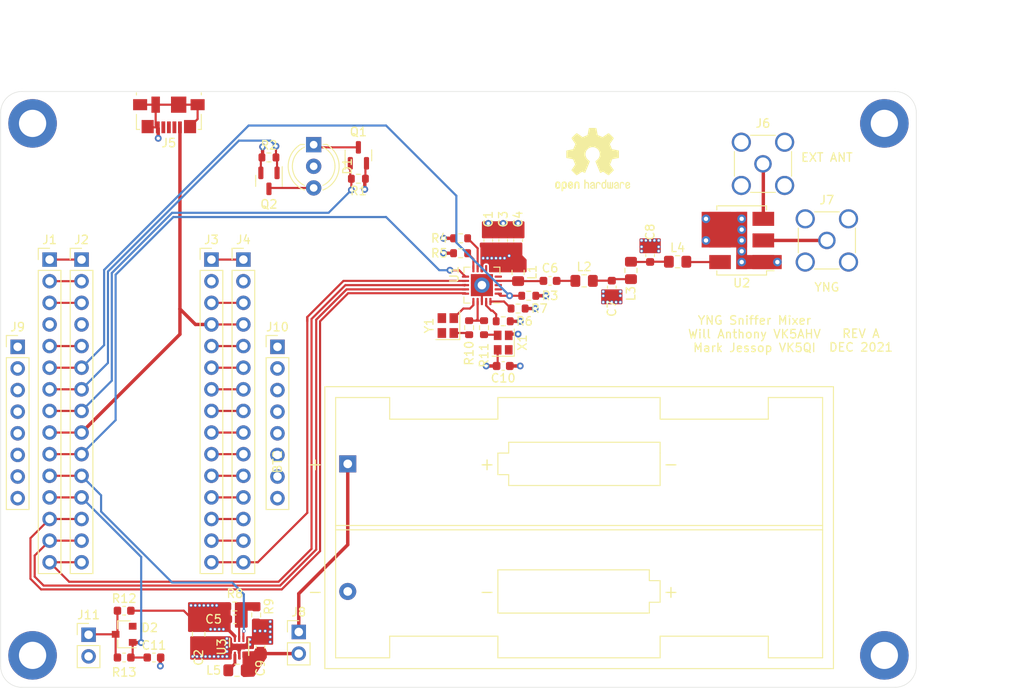
<source format=kicad_pcb>
(kicad_pcb (version 20171130) (host pcbnew "(5.1.12)-1")
  (layers (0 F.Cu signal) (1 In1.Cu power hide) (2 In2.Cu power hide) (31 B.Cu signal) (34 B.Paste user) (35 F.Paste user) (36 B.SilkS user) (37 F.SilkS user) (38 B.Mask user) (39 F.Mask user) (44 Edge.Cuts user))
  (net 0 "")
  (net 1 GND)
  (net 2 "Net-(BT2-Pad1)")
  (net 3 +3V3)
  (net 4 "Net-(C5-Pad1)")
  (net 5 "Net-(C6-Pad2)")
  (net 6 "Net-(C6-Pad1)")
  (net 7 "Net-(C7-Pad2)")
  (net 8 "Net-(C8-Pad2)")
  (net 9 "Net-(C9-Pad2)")
  (net 10 /SPI1_MISO)
  (net 11 /SPI1_MOSI)
  (net 12 /SPI1_CS)
  (net 13 /D9)
  (net 14 /D8)
  (net 15 /D7)
  (net 16 /+5VDC)
  (net 17 /D5)
  (net 18 /D4)
  (net 19 /D3)
  (net 20 /D2)
  (net 21 /RESET)
  (net 22 /USART1_RX)
  (net 23 /USART1_TX)
  (net 24 /SPI1_SCK)
  (net 25 /AREF)
  (net 26 /A0)
  (net 27 /A1)
  (net 28 /A2)
  (net 29 /A3)
  (net 30 /A4)
  (net 31 /A5)
  (net 32 /A6)
  (net 33 /A7)
  (net 34 /VIN)
  (net 35 "Net-(J5-Pad4)")
  (net 36 "Net-(J5-Pad3)")
  (net 37 "Net-(J5-Pad2)")
  (net 38 "Net-(J6-Pad1)")
  (net 39 "Net-(J7-Pad1)")
  (net 40 "Net-(L4-Pad2)")
  (net 41 "Net-(L5-Pad1)")
  (net 42 "Net-(D1-Pad1)")
  (net 43 "Net-(D1-Pad3)")
  (net 44 "Net-(R4-Pad2)")
  (net 45 "Net-(R5-Pad2)")
  (net 46 "Net-(R6-Pad2)")
  (net 47 "Net-(R7-Pad2)")
  (net 48 "Net-(R10-Pad2)")
  (net 49 "Net-(R10-Pad1)")
  (net 50 "Net-(R11-Pad1)")
  (net 51 "Net-(U1-Pad16)")
  (net 52 "Net-(U1-Pad7)")
  (net 53 "Net-(U1-Pad5)")
  (net 54 "Net-(U1-Pad3)")
  (net 55 "Net-(U1-Pad2)")
  (net 56 "Net-(X1-Pad1)")
  (net 57 "Net-(D2-Pad3)")
  (net 58 "Net-(D2-Pad2)")
  (module Resistor_SMD:R_0603_1608Metric (layer F.Cu) (at 120 100.5)
    (fp_text reference R8 (at 0 -1.5) (layer F.SilkS))
    (fp_text value 1M78)
    (pad 2 smd roundrect (at 0.825 0) (size 0.8 0.95) (layers F.Cu F.Paste F.Mask) (net 4 "Net-(C5-Pad1)"))
    (pad 1 smd roundrect (at -0.825 0) (size 0.8 0.95) (layers F.Cu F.Paste F.Mask) (net 3 +3V3))
  )
  (module Resistor_SMD:R_0603_1608Metric (layer F.Cu) (at 107 106.5)
    (fp_text reference R13 (at 0 1.734999) (layer F.SilkS))
    (fp_text value 100k)
    (pad 2 smd roundrect (at 0.7875 0) (size 0.875 0.95) (layers F.Cu F.Paste F.Mask) (net 13 /D9))
    (pad 1 smd roundrect (at -0.7875 0) (size 0.875 0.95) (layers F.Cu F.Paste F.Mask) (net 57 "Net-(D2-Pad3)"))
  )
  (module Resistor_SMD:R_0603_1608Metric (layer F.Cu) (at 107 101)
    (fp_text reference R12 (at 0 -1.43) (layer F.SilkS))
    (fp_text value 100k)
    (pad 2 smd roundrect (at 0.7875 0) (size 0.875 0.95) (layers F.Cu F.Paste F.Mask) (net 3 +3V3))
    (pad 1 smd roundrect (at -0.7875 0) (size 0.875 0.95) (layers F.Cu F.Paste F.Mask) (net 57 "Net-(D2-Pad3)"))
  )
  (module Connector_PinHeader_2.54mm:PinHeader_1x02_P2.54mm_Vertical (layer F.Cu) (at 102.825001 103.825001)
    (fp_text reference J11 (at 0 -2.33) (layer F.SilkS))
    (fp_text value Conn_01x02)
    (pad 2 thru_hole oval (at 0 2.54) (size 1.7 1.7) (drill 1) (layers *.Cu *.Mask) (net 1 GND))
    (pad 1 thru_hole rect (at 0 0) (size 1.7 1.7) (drill 1) (layers *.Cu *.Mask) (net 57 "Net-(D2-Pad3)"))
  )
  (module Package_TO_SOT_SMD:SOT-23 (layer F.Cu) (at 107 103.775001 180)
    (fp_text reference D2 (at -3 0.775001) (layer F.SilkS))
    (fp_text value BAT54A)
    (pad 3 smd rect (at 1 0 180) (size 0.9 0.8) (layers F.Cu F.Paste F.Mask) (net 57 "Net-(D2-Pad3)"))
    (pad 2 smd rect (at -1 0.95 180) (size 0.9 0.8) (layers F.Cu F.Paste F.Mask) (net 58 "Net-(D2-Pad2)"))
    (pad 1 smd rect (at -1 -0.95 180) (size 0.9 0.8) (layers F.Cu F.Paste F.Mask) (net 13 /D9))
  )
  (module Capacitor_SMD:C_0603_1608Metric (layer F.Cu) (at 110.5 106.5)
    (fp_text reference C11 (at 0 -1.43) (layer F.SilkS))
    (fp_text value 0.1uF)
    (pad 2 smd roundrect (at 0.7875 0) (size 0.875 0.95) (layers F.Cu F.Paste F.Mask) (net 1 GND))
    (pad 1 smd roundrect (at -0.7875 0) (size 0.875 0.95) (layers F.Cu F.Paste F.Mask) (net 13 /D9))
  )
  (module Connector_PinHeader_2.54mm:PinHeader_1x08_P2.54mm_Vertical (layer F.Cu) (at 125 70)
    (fp_text reference J10 (at 0 -2.33) (layer F.SilkS))
    (fp_text value Conn_01x08)
    (pad 8 thru_hole oval (at 0 17.78) (size 1.7 1.7) (drill 1) (layers *.Cu *.Mask) (net 1 GND))
    (pad 7 thru_hole oval (at 0 15.24) (size 1.7 1.7) (drill 1) (layers *.Cu *.Mask) (net 1 GND))
    (pad 6 thru_hole oval (at 0 12.7) (size 1.7 1.7) (drill 1) (layers *.Cu *.Mask) (net 1 GND))
    (pad 5 thru_hole oval (at 0 10.16) (size 1.7 1.7) (drill 1) (layers *.Cu *.Mask) (net 1 GND))
    (pad 4 thru_hole oval (at 0 7.62) (size 1.7 1.7) (drill 1) (layers *.Cu *.Mask) (net 1 GND))
    (pad 3 thru_hole oval (at 0 5.08) (size 1.7 1.7) (drill 1) (layers *.Cu *.Mask) (net 1 GND))
    (pad 2 thru_hole oval (at 0 2.54) (size 1.7 1.7) (drill 1) (layers *.Cu *.Mask) (net 1 GND))
    (pad 1 thru_hole rect (at 0 0) (size 1.7 1.7) (drill 1) (layers *.Cu *.Mask) (net 1 GND))
  )
  (module Connector_PinHeader_2.54mm:PinHeader_1x08_P2.54mm_Vertical (layer F.Cu) (at 94.5 70)
    (fp_text reference J9 (at 0 -2.33) (layer F.SilkS))
    (fp_text value Conn_01x08)
    (pad 8 thru_hole oval (at 0 17.78) (size 1.7 1.7) (drill 1) (layers *.Cu *.Mask) (net 1 GND))
    (pad 7 thru_hole oval (at 0 15.24) (size 1.7 1.7) (drill 1) (layers *.Cu *.Mask) (net 1 GND))
    (pad 6 thru_hole oval (at 0 12.7) (size 1.7 1.7) (drill 1) (layers *.Cu *.Mask) (net 1 GND))
    (pad 5 thru_hole oval (at 0 10.16) (size 1.7 1.7) (drill 1) (layers *.Cu *.Mask) (net 1 GND))
    (pad 4 thru_hole oval (at 0 7.62) (size 1.7 1.7) (drill 1) (layers *.Cu *.Mask) (net 1 GND))
    (pad 3 thru_hole oval (at 0 5.08) (size 1.7 1.7) (drill 1) (layers *.Cu *.Mask) (net 1 GND))
    (pad 2 thru_hole oval (at 0 2.54) (size 1.7 1.7) (drill 1) (layers *.Cu *.Mask) (net 1 GND))
    (pad 1 thru_hole rect (at 0 0) (size 1.7 1.7) (drill 1) (layers *.Cu *.Mask) (net 1 GND))
  )
  (module Connector_Coaxial:SMA_Amphenol_901-144_Vertical (layer F.Cu) (at 189.5 57.5)
    (fp_text reference J7 (at 0 -4.75) (layer F.SilkS))
    (fp_text value Conn_Coaxial)
    (pad 2 thru_hole circle (at -2.54 2.54) (size 2.25 2.25) (drill 1.7) (layers *.Cu *.Mask) (net 1 GND))
    (pad 2 thru_hole circle (at -2.54 -2.54) (size 2.25 2.25) (drill 1.7) (layers *.Cu *.Mask) (net 1 GND))
    (pad 2 thru_hole circle (at 2.54 -2.54) (size 2.25 2.25) (drill 1.7) (layers *.Cu *.Mask) (net 1 GND))
    (pad 2 thru_hole circle (at 2.54 2.54) (size 2.25 2.25) (drill 1.7) (layers *.Cu *.Mask) (net 1 GND))
    (pad 1 thru_hole circle (at 0 0) (size 2.05 2.05) (drill 1.5) (layers *.Cu *.Mask) (net 39 "Net-(J7-Pad1)"))
  )
  (module Connector_Coaxial:SMA_Amphenol_901-144_Vertical (layer F.Cu) (at 182 48.5)
    (fp_text reference J6 (at 0 -4.75) (layer F.SilkS))
    (fp_text value Conn_Coaxial)
    (pad 2 thru_hole circle (at -2.54 2.54) (size 2.25 2.25) (drill 1.7) (layers *.Cu *.Mask) (net 1 GND))
    (pad 2 thru_hole circle (at -2.54 -2.54) (size 2.25 2.25) (drill 1.7) (layers *.Cu *.Mask) (net 1 GND))
    (pad 2 thru_hole circle (at 2.54 -2.54) (size 2.25 2.25) (drill 1.7) (layers *.Cu *.Mask) (net 1 GND))
    (pad 2 thru_hole circle (at 2.54 2.54) (size 2.25 2.25) (drill 1.7) (layers *.Cu *.Mask) (net 1 GND))
    (pad 1 thru_hole circle (at 0 0) (size 2.05 2.05) (drill 1.5) (layers *.Cu *.Mask) (net 38 "Net-(J6-Pad1)"))
  )
  (module Symbol:OSHW-Logo2_9.8x8mm_SilkScreen (layer F.Cu) (at 162 48)
    (fp_text reference REF** hide)
    (fp_text value OSHW-Logo2_9.8x8mm_SilkScreen hide)
  )
  (module MountingHole:MountingHole_3.2mm_M3_ISO7380_Pad_TopBottom (layer F.Cu) (at 196.25 43.75)
    (fp_text reference REF** hide)
    (fp_text value MountingHole_3.2mm_M3_ISO7380_Pad_TopBottom)
    (pad 1 thru_hole circle (at 0 0) (size 3.6 3.6) (drill 3.2) (layers *.Cu *.Mask))
    (pad 1 connect circle (at 0 0) (size 5.7 5.7) (layers F.Cu F.Mask))
    (pad 1 connect circle (at 0 0) (size 5.7 5.7) (layers B.Cu B.Mask))
  )
  (module MountingHole:MountingHole_3.2mm_M3_ISO7380_Pad_TopBottom (layer F.Cu) (at 196.25 106.25)
    (fp_text reference REF** hide)
    (fp_text value MountingHole_3.2mm_M3_ISO7380_Pad_TopBottom)
    (pad 1 thru_hole circle (at 0 0) (size 3.6 3.6) (drill 3.2) (layers *.Cu *.Mask))
    (pad 1 connect circle (at 0 0) (size 5.7 5.7) (layers F.Cu F.Mask))
    (pad 1 connect circle (at 0 0) (size 5.7 5.7) (layers B.Cu B.Mask))
  )
  (module MountingHole:MountingHole_3.2mm_M3_ISO7380_Pad_TopBottom (layer F.Cu) (at 96.25 106.25)
    (fp_text reference REF** hide)
    (fp_text value MountingHole_3.2mm_M3_ISO7380_Pad_TopBottom)
    (pad 1 thru_hole circle (at 0 0) (size 3.6 3.6) (drill 3.2) (layers *.Cu *.Mask))
    (pad 1 connect circle (at 0 0) (size 5.7 5.7) (layers F.Cu F.Mask))
    (pad 1 connect circle (at 0 0) (size 5.7 5.7) (layers B.Cu B.Mask))
  )
  (module MountingHole:MountingHole_3.2mm_M3_ISO7380_Pad_TopBottom (layer F.Cu) (at 96.25 43.75)
    (fp_text reference REF** hide)
    (fp_text value MountingHole_3.2mm_M3_ISO7380_Pad_TopBottom)
    (pad 1 connect circle (at 0 0) (size 5.7 5.7) (layers B.Cu B.Mask))
    (pad 1 connect circle (at 0 0) (size 5.7 5.7) (layers F.Cu F.Mask))
    (pad 1 thru_hole circle (at 0 0) (size 3.6 3.6) (drill 3.2) (layers *.Cu *.Mask))
  )
  (module Package_DFN_QFN:DFN-6-1EP_2x2mm_P0.5mm_EP0.61x1.42mm (layer F.Cu) (at 120.5 105.25 90)
    (fp_text reference U3 (at 0 -2.05 90) (layer F.SilkS))
    (fp_text value LTC3526)
    (pad 7 smd rect (at 0 0 90) (size 0.61 1.42) (layers F.Cu F.Mask) (net 1 GND))
    (pad 6 smd rect (at 0.925 -0.5 90) (size 0.7 0.25) (layers F.Cu F.Paste F.Mask) (net 3 +3V3))
    (pad 5 smd rect (at 0.925 0 90) (size 0.7 0.25) (layers F.Cu F.Paste F.Mask) (net 4 "Net-(C5-Pad1)"))
    (pad 4 smd rect (at 0.925 0.5 90) (size 0.7 0.25) (layers F.Cu F.Paste F.Mask) (net 14 /D8))
    (pad 3 smd rect (at -0.925 0.5 90) (size 0.7 0.25) (layers F.Cu F.Paste F.Mask) (net 9 "Net-(C9-Pad2)"))
    (pad 2 smd rect (at -0.925 0 90) (size 0.7 0.25) (layers F.Cu F.Paste F.Mask) (net 1 GND))
    (pad 1 smd rect (at -0.925 -0.5 90) (size 0.7 0.25) (layers F.Cu F.Paste F.Mask) (net 41 "Net-(L5-Pad1)"))
  )
  (module LED_THT:LED_D5.0mm-3 (layer F.Cu) (at 129.25 46.25 270)
    (fp_text reference D1 (at 2.54 -3.96 90) (layer F.SilkS))
    (fp_text value LED_Dual_ACA)
    (pad 3 thru_hole circle (at 5.08 0 270) (size 1.8 1.8) (drill 0.9) (layers *.Cu *.Mask) (net 43 "Net-(D1-Pad3)"))
    (pad 2 thru_hole circle (at 2.54 0 270) (size 1.8 1.8) (drill 0.9) (layers *.Cu *.Mask) (net 1 GND))
    (pad 1 thru_hole rect (at 0 0 270) (size 1.8 1.8) (drill 0.9) (layers *.Cu *.Mask) (net 42 "Net-(D1-Pad1)"))
  )
  (module Crystal:Crystal_SMD_2520-4Pin_2.5x2.0mm (layer F.Cu) (at 145 67.5 90)
    (fp_text reference Y1 (at 0 -2.2 90) (layer F.SilkS))
    (fp_text value Crystal)
    (pad 4 smd rect (at -0.875 -0.7 90) (size 1.15 1) (layers F.Cu F.Paste F.Mask))
    (pad 3 smd rect (at 0.875 -0.7 90) (size 1.15 1) (layers F.Cu F.Paste F.Mask))
    (pad 2 smd rect (at 0.875 0.7 90) (size 1.15 1) (layers F.Cu F.Paste F.Mask) (net 51 "Net-(U1-Pad16)"))
    (pad 1 smd rect (at -0.875 0.7 90) (size 1.15 1) (layers F.Cu F.Paste F.Mask) (net 48 "Net-(R10-Pad2)"))
  )
  (module Oscillator:Oscillator_SMD_SeikoEpson_SG210-4Pin_2.5x2.0mm (layer F.Cu) (at 151.5 69.5 90)
    (fp_text reference X1 (at 0 2.25 90) (layer F.SilkS))
    (fp_text value "TG2520SMN 30MHz TCXO")
    (pad 4 smd rect (at -0.85 -0.65 90) (size 1.1 0.9) (layers F.Cu F.Paste F.Mask) (net 3 +3V3))
    (pad 3 smd rect (at 0.85 -0.65 90) (size 1.1 0.9) (layers F.Cu F.Paste F.Mask) (net 50 "Net-(R11-Pad1)"))
    (pad 2 smd rect (at 0.85 0.65 90) (size 1.1 0.9) (layers F.Cu F.Paste F.Mask) (net 1 GND))
    (pad 1 smd rect (at -0.85 0.65 90) (size 1.1 0.9) (layers F.Cu F.Paste F.Mask) (net 56 "Net-(X1-Pad1)"))
  )
  (module RF_Mini-Circuits:Mini-Circuits_CD542_LandPatternPL-052 (layer F.Cu) (at 179.5 57.5 180)
    (fp_text reference U2 (at 0 -5) (layer F.SilkS))
    (fp_text value ADE-1)
    (pad 4 smd rect (at 2.032 1.27 180) (size 5.334 4.191) (layers F.Cu) (net 1 GND))
    (pad 1 smd rect (at -2.54 -2.54 180) (size 2.54 1.651) (layers F.Cu F.Paste F.Mask) (net 1 GND))
    (pad 2 smd rect (at -2.54 0 180) (size 2.54 1.651) (layers F.Cu F.Paste F.Mask) (net 39 "Net-(J7-Pad1)") (clearance 0.635))
    (pad 3 smd rect (at -2.54 2.54 180) (size 2.54 1.651) (layers F.Cu F.Paste F.Mask) (net 38 "Net-(J6-Pad1)") (clearance 0.635))
    (pad 6 smd rect (at 2.54 -2.54 180) (size 2.54 1.651) (layers F.Cu F.Paste F.Mask) (net 40 "Net-(L4-Pad2)") (clearance 0.635))
    (pad 5 smd rect (at 2.54 0 180) (size 2.54 1.651) (layers F.Cu F.Paste F.Mask) (net 1 GND))
    (pad 4 smd rect (at 2.54 2.54 180) (size 2.54 1.651) (layers F.Cu F.Paste F.Mask) (net 1 GND))
    (pad 1 thru_hole circle (at -4.191 -2.54 180) (size 1.016 1.016) (drill 0.508) (layers *.Cu) (net 1 GND))
    (pad 5 thru_hole circle (at 4.191 0 180) (size 1.016 1.016) (drill 0.508) (layers *.Cu) (net 1 GND))
    (pad 4 thru_hole circle (at 4.191 2.54 180) (size 1.016 1.016) (drill 0.508) (layers *.Cu) (net 1 GND))
    (pad 1 smd rect (at -2.032 -2.54 180) (size 5.334 1.651) (layers F.Cu) (net 1 GND))
    (pad 1 thru_hole circle (at 0 -2.54 180) (size 1.016 1.016) (drill 0.508) (layers *.Cu) (net 1 GND))
    (pad 1 thru_hole circle (at 0 -1.27 180) (size 1.016 1.016) (drill 0.508) (layers *.Cu) (net 1 GND))
    (pad 1 thru_hole circle (at 0 0 180) (size 1.016 1.016) (drill 0.508) (layers *.Cu) (net 1 GND))
    (pad 1 thru_hole circle (at 0 1.27 180) (size 1.016 1.016) (drill 0.508) (layers *.Cu) (net 1 GND))
    (pad 1 thru_hole circle (at 0 2.54 180) (size 1.016 1.016) (drill 0.508) (layers *.Cu) (net 1 GND))
    (pad 1 smd rect (at 0 0 180) (size 1.27 6.731) (layers F.Cu) (net 1 GND))
  )
  (module Package_DFN_QFN:QFN-20-1EP_4x4mm_P0.5mm_EP2.6x2.6mm (layer F.Cu) (at 149 62.75 180)
    (fp_text reference U1 (at 3.25 1.25 270) (layer F.SilkS))
    (fp_text value Si4464)
    (pad 21 smd rect (at 0 0 180) (size 2.6 2.6) (layers F.Cu F.Mask) (net 1 GND))
    (pad 20 smd roundrect (at -1 -1.925 180) (size 0.25 0.85) (layers F.Cu F.Paste F.Mask) (net 47 "Net-(R7-Pad2)"))
    (pad 19 smd roundrect (at -0.5 -1.925 180) (size 0.25 0.85) (layers F.Cu F.Paste F.Mask) (net 46 "Net-(R6-Pad2)"))
    (pad 18 smd roundrect (at 0 -1.925 180) (size 0.25 0.85) (layers F.Cu F.Paste F.Mask) (net 1 GND))
    (pad 17 smd roundrect (at 0.5 -1.925 180) (size 0.25 0.85) (layers F.Cu F.Paste F.Mask) (net 49 "Net-(R10-Pad1)"))
    (pad 16 smd roundrect (at 1 -1.925 180) (size 0.25 0.85) (layers F.Cu F.Paste F.Mask) (net 51 "Net-(U1-Pad16)"))
    (pad 15 smd roundrect (at 1.925 -1 180) (size 0.85 0.25) (layers F.Cu F.Paste F.Mask) (net 12 /SPI1_CS))
    (pad 14 smd roundrect (at 1.925 -0.5 180) (size 0.85 0.25) (layers F.Cu F.Paste F.Mask) (net 11 /SPI1_MOSI))
    (pad 13 smd roundrect (at 1.925 0 180) (size 0.85 0.25) (layers F.Cu F.Paste F.Mask) (net 10 /SPI1_MISO))
    (pad 12 smd roundrect (at 1.925 0.5 180) (size 0.85 0.25) (layers F.Cu F.Paste F.Mask) (net 24 /SPI1_SCK))
    (pad 11 smd roundrect (at 1.925 1 180) (size 0.85 0.25) (layers F.Cu F.Paste F.Mask) (net 15 /D7))
    (pad 10 smd roundrect (at 1 1.925 180) (size 0.25 0.85) (layers F.Cu F.Paste F.Mask) (net 45 "Net-(R5-Pad2)"))
    (pad 9 smd roundrect (at 0.5 1.925 180) (size 0.25 0.85) (layers F.Cu F.Paste F.Mask) (net 44 "Net-(R4-Pad2)"))
    (pad 8 smd roundrect (at 0 1.925 180) (size 0.25 0.85) (layers F.Cu F.Paste F.Mask) (net 3 +3V3))
    (pad 7 smd roundrect (at -0.5 1.925 180) (size 0.25 0.85) (layers F.Cu F.Paste F.Mask) (net 52 "Net-(U1-Pad7)"))
    (pad 6 smd roundrect (at -1 1.925 180) (size 0.25 0.85) (layers F.Cu F.Paste F.Mask) (net 3 +3V3))
    (pad 5 smd roundrect (at -1.925 1 180) (size 0.85 0.25) (layers F.Cu F.Paste F.Mask) (net 53 "Net-(U1-Pad5)"))
    (pad 4 smd roundrect (at -1.925 0.5 180) (size 0.85 0.25) (layers F.Cu F.Paste F.Mask) (net 5 "Net-(C6-Pad2)"))
    (pad 3 smd roundrect (at -1.925 0 180) (size 0.85 0.25) (layers F.Cu F.Paste F.Mask) (net 54 "Net-(U1-Pad3)"))
    (pad 2 smd roundrect (at -1.925 -0.5 180) (size 0.85 0.25) (layers F.Cu F.Paste F.Mask) (net 55 "Net-(U1-Pad2)"))
    (pad 1 smd roundrect (at -1.925 -1 180) (size 0.85 0.25) (layers F.Cu F.Paste F.Mask) (net 19 /D3))
  )
  (module Resistor_SMD:R_0603_1608Metric (layer F.Cu) (at 149.25 67.75 90)
    (fp_text reference R11 (at -3.25 0 90) (layer F.SilkS))
    (fp_text value DNF)
    (pad 2 smd roundrect (at 0.825 0 90) (size 0.8 0.95) (layers F.Cu F.Paste F.Mask) (net 49 "Net-(R10-Pad1)"))
    (pad 1 smd roundrect (at -0.825 0 90) (size 0.8 0.95) (layers F.Cu F.Paste F.Mask) (net 50 "Net-(R11-Pad1)"))
  )
  (module Resistor_SMD:R_0603_1608Metric (layer F.Cu) (at 147.5 67.75 270)
    (fp_text reference R10 (at 3 0 90) (layer F.SilkS))
    (fp_text value DNF)
    (pad 2 smd roundrect (at 0.825 0 270) (size 0.8 0.95) (layers F.Cu F.Paste F.Mask) (net 48 "Net-(R10-Pad2)"))
    (pad 1 smd roundrect (at -0.825 0 270) (size 0.8 0.95) (layers F.Cu F.Paste F.Mask) (net 49 "Net-(R10-Pad1)"))
  )
  (module Resistor_SMD:R_0603_1608Metric (layer F.Cu) (at 122.5 101.5 270)
    (fp_text reference R9 (at -1 -1.5 90) (layer F.SilkS))
    (fp_text value 1M)
    (pad 2 smd roundrect (at 0.825 0 270) (size 0.8 0.95) (layers F.Cu F.Paste F.Mask) (net 1 GND))
    (pad 1 smd roundrect (at -0.825 0 270) (size 0.8 0.95) (layers F.Cu F.Paste F.Mask) (net 4 "Net-(C5-Pad1)"))
  )
  (module Resistor_SMD:R_0603_1608Metric (layer F.Cu) (at 153.25 65.5 180)
    (fp_text reference R7 (at -2.5 0) (layer F.SilkS))
    (fp_text value DNF)
    (pad 2 smd roundrect (at 0.825 0 180) (size 0.8 0.95) (layers F.Cu F.Paste F.Mask) (net 47 "Net-(R7-Pad2)"))
    (pad 1 smd roundrect (at -0.825 0 180) (size 0.8 0.95) (layers F.Cu F.Paste F.Mask) (net 1 GND))
  )
  (module Resistor_SMD:R_0603_1608Metric (layer F.Cu) (at 151.5 67 180)
    (fp_text reference R6 (at -2.5 0) (layer F.SilkS))
    (fp_text value DNF)
    (pad 2 smd roundrect (at 0.825 0 180) (size 0.8 0.95) (layers F.Cu F.Paste F.Mask) (net 46 "Net-(R6-Pad2)"))
    (pad 1 smd roundrect (at -0.825 0 180) (size 0.8 0.95) (layers F.Cu F.Paste F.Mask) (net 1 GND))
  )
  (module Resistor_SMD:R_0603_1608Metric (layer F.Cu) (at 146.5 59)
    (fp_text reference R5 (at -2.5 0) (layer F.SilkS))
    (fp_text value DNF)
    (pad 2 smd roundrect (at 0.825 0) (size 0.8 0.95) (layers F.Cu F.Paste F.Mask) (net 45 "Net-(R5-Pad2)"))
    (pad 1 smd roundrect (at -0.825 0) (size 0.8 0.95) (layers F.Cu F.Paste F.Mask) (net 1 GND))
  )
  (module Resistor_SMD:R_0603_1608Metric (layer F.Cu) (at 146.5 57.25)
    (fp_text reference R4 (at -2.5 0) (layer F.SilkS))
    (fp_text value DNF)
    (pad 2 smd roundrect (at 0.825 0) (size 0.8 0.95) (layers F.Cu F.Paste F.Mask) (net 44 "Net-(R4-Pad2)"))
    (pad 1 smd roundrect (at -0.825 0) (size 0.8 0.95) (layers F.Cu F.Paste F.Mask) (net 1 GND))
  )
  (module Resistor_SMD:R_0603_1608Metric (layer F.Cu) (at 154.5 64)
    (fp_text reference R3 (at 2.5 0) (layer F.SilkS))
    (fp_text value 100k)
    (pad 2 smd roundrect (at 0.825 0) (size 0.8 0.95) (layers F.Cu F.Paste F.Mask) (net 1 GND))
    (pad 1 smd roundrect (at -0.825 0) (size 0.8 0.95) (layers F.Cu F.Paste F.Mask) (net 19 /D3))
  )
  (module Resistor_SMD:R_0603_1608Metric (layer F.Cu) (at 124 47.75)
    (fp_text reference R2 (at 0 -1.43) (layer F.SilkS))
    (fp_text value 1M)
    (pad 2 smd roundrect (at 0.825 0) (size 0.8 0.95) (layers F.Cu F.Paste F.Mask) (net 18 /D4))
    (pad 1 smd roundrect (at -0.825 0) (size 0.8 0.95) (layers F.Cu F.Paste F.Mask) (net 3 +3V3))
  )
  (module Resistor_SMD:R_0603_1608Metric (layer F.Cu) (at 134.5 50.25 180)
    (fp_text reference R1 (at 0 -1.43) (layer F.SilkS))
    (fp_text value 1M)
    (pad 2 smd roundrect (at 0.825 0 180) (size 0.8 0.95) (layers F.Cu F.Paste F.Mask) (net 17 /D5))
    (pad 1 smd roundrect (at -0.825 0 180) (size 0.8 0.95) (layers F.Cu F.Paste F.Mask) (net 3 +3V3))
  )
  (module Package_TO_SOT_SMD:SOT-23 (layer F.Cu) (at 124 50.5 270)
    (fp_text reference Q2 (at 2.75 0 180) (layer F.SilkS))
    (fp_text value BSS84)
    (pad 3 smd roundrect (at 0.9375 0 270) (size 1.475 0.6) (layers F.Cu F.Paste F.Mask) (net 43 "Net-(D1-Pad3)"))
    (pad 2 smd roundrect (at -0.9375 0.95 270) (size 1.475 0.6) (layers F.Cu F.Paste F.Mask) (net 3 +3V3))
    (pad 1 smd roundrect (at -0.9375 -0.95 270) (size 1.475 0.6) (layers F.Cu F.Paste F.Mask) (net 18 /D4))
  )
  (module Package_TO_SOT_SMD:SOT-23 (layer F.Cu) (at 134.5 47.5 90)
    (fp_text reference Q1 (at 2.75 0 180) (layer F.SilkS))
    (fp_text value BSS84)
    (pad 3 smd roundrect (at 0.9375 0 90) (size 1.475 0.6) (layers F.Cu F.Paste F.Mask) (net 42 "Net-(D1-Pad1)"))
    (pad 2 smd roundrect (at -0.9375 0.95 90) (size 1.475 0.6) (layers F.Cu F.Paste F.Mask) (net 3 +3V3))
    (pad 1 smd roundrect (at -0.9375 -0.95 90) (size 1.475 0.6) (layers F.Cu F.Paste F.Mask) (net 17 /D5))
  )
  (module Inductor_SMD:L_0805_2012Metric_Pad1.15x1.40mm_HandSolder (layer F.Cu) (at 120.25 108)
    (fp_text reference L5 (at -2.75 0) (layer F.SilkS))
    (fp_text value 4.7uH)
    (pad 2 smd roundrect (at 1.025 0) (size 1.15 1.4) (layers F.Cu F.Paste F.Mask) (roundrect_rratio 0.217391) (net 9 "Net-(C9-Pad2)"))
    (pad 1 smd roundrect (at -1.025 0) (size 1.15 1.4) (layers F.Cu F.Paste F.Mask) (roundrect_rratio 0.217391) (net 41 "Net-(L5-Pad1)"))
  )
  (module Inductor_SMD:L_0805_2012Metric_Pad1.15x1.40mm_HandSolder (layer F.Cu) (at 171.975 60)
    (fp_text reference L4 (at 0 -1.65) (layer F.SilkS))
    (fp_text value 18nH)
    (pad 2 smd roundrect (at 1.025 0) (size 1.15 1.4) (layers F.Cu F.Paste F.Mask) (roundrect_rratio 0.217391) (net 40 "Net-(L4-Pad2)"))
    (pad 1 smd roundrect (at -1.025 0) (size 1.15 1.4) (layers F.Cu F.Paste F.Mask) (roundrect_rratio 0.217391) (net 8 "Net-(C8-Pad2)"))
  )
  (module Inductor_SMD:L_0805_2012Metric_Pad1.15x1.40mm_HandSolder (layer F.Cu) (at 166.5 61.025 90)
    (fp_text reference L3 (at -2.725 0 90) (layer F.SilkS))
    (fp_text value 18nH)
    (pad 2 smd roundrect (at 1.025 0 90) (size 1.15 1.4) (layers F.Cu F.Paste F.Mask) (roundrect_rratio 0.217391) (net 8 "Net-(C8-Pad2)"))
    (pad 1 smd roundrect (at -1.025 0 90) (size 1.15 1.4) (layers F.Cu F.Paste F.Mask) (roundrect_rratio 0.217391) (net 7 "Net-(C7-Pad2)"))
  )
  (module Inductor_SMD:L_0805_2012Metric_Pad1.15x1.40mm_HandSolder (layer F.Cu) (at 161 62.25)
    (fp_text reference L2 (at 0 -1.65) (layer F.SilkS))
    (fp_text value 56nH)
    (pad 2 smd roundrect (at 1.025 0) (size 1.15 1.4) (layers F.Cu F.Paste F.Mask) (roundrect_rratio 0.217391) (net 7 "Net-(C7-Pad2)"))
    (pad 1 smd roundrect (at -1.025 0) (size 1.15 1.4) (layers F.Cu F.Paste F.Mask) (roundrect_rratio 0.217391) (net 6 "Net-(C6-Pad1)"))
  )
  (module Inductor_SMD:L_0805_2012Metric_Pad1.15x1.40mm_HandSolder (layer F.Cu) (at 153.25 61.25 270)
    (fp_text reference L1 (at 0 -1.65 90) (layer F.SilkS))
    (fp_text value 220nH)
    (pad 2 smd roundrect (at 1.025 0 270) (size 1.15 1.4) (layers F.Cu F.Paste F.Mask) (roundrect_rratio 0.217391) (net 5 "Net-(C6-Pad2)"))
    (pad 1 smd roundrect (at -1.025 0 270) (size 1.15 1.4) (layers F.Cu F.Paste F.Mask) (roundrect_rratio 0.217391) (net 3 +3V3))
  )
  (module Connector_PinHeader_2.54mm:PinHeader_1x02_P2.54mm_Vertical (layer F.Cu) (at 127.5 103.5)
    (fp_text reference J8 (at 0 -2.33) (layer F.SilkS))
    (fp_text value Conn_01x02)
    (pad 2 thru_hole oval (at 0 2.54) (size 1.7 1.7) (drill 1) (layers *.Cu *.Mask) (net 9 "Net-(C9-Pad2)"))
    (pad 1 thru_hole rect (at 0 0) (size 1.7 1.7) (drill 1) (layers *.Cu *.Mask) (net 2 "Net-(BT2-Pad1)"))
  )
  (module Connector_USB:USB_Micro-B_Molex_47346-0001 (layer F.Cu) (at 112.25 42.75 180)
    (fp_text reference J5 (at 0 -3.3 180) (layer F.SilkS))
    (fp_text value USB_B_Micro)
    (pad 6 smd rect (at 1.55 1.2 180) (size 1 1.9) (layers F.Cu F.Paste F.Mask) (net 1 GND))
    (pad 6 smd rect (at -1.15 1.2 180) (size 1.8 1.9) (layers F.Cu F.Paste F.Mask) (net 1 GND))
    (pad 6 smd rect (at 3.375 1.2 180) (size 1.65 1.3) (layers F.Cu F.Paste F.Mask) (net 1 GND))
    (pad 6 smd rect (at -3.375 1.2 180) (size 1.65 1.3) (layers F.Cu F.Paste F.Mask) (net 1 GND))
    (pad 6 smd rect (at 2.4875 -1.375 180) (size 1.425 1.55) (layers F.Cu F.Paste F.Mask) (net 1 GND))
    (pad 6 smd rect (at -2.4875 -1.375 180) (size 1.425 1.55) (layers F.Cu F.Paste F.Mask) (net 1 GND))
    (pad 5 smd rect (at 1.3 -1.46 180) (size 0.45 1.38) (layers F.Cu F.Paste F.Mask) (net 1 GND))
    (pad 4 smd rect (at 0.65 -1.46 180) (size 0.45 1.38) (layers F.Cu F.Paste F.Mask) (net 35 "Net-(J5-Pad4)"))
    (pad 3 smd rect (at 0 -1.46 180) (size 0.45 1.38) (layers F.Cu F.Paste F.Mask) (net 36 "Net-(J5-Pad3)"))
    (pad 2 smd rect (at -0.65 -1.46 180) (size 0.45 1.38) (layers F.Cu F.Paste F.Mask) (net 37 "Net-(J5-Pad2)"))
    (pad 1 smd rect (at -1.3 -1.46 180) (size 0.45 1.38) (layers F.Cu F.Paste F.Mask) (net 16 /+5VDC))
  )
  (module Connector_PinHeader_2.54mm:PinHeader_1x15_P2.54mm_Vertical (layer F.Cu) (at 121 59.75)
    (fp_text reference J4 (at 0 -2.33) (layer F.SilkS))
    (fp_text value Conn_01x15)
    (pad 15 thru_hole oval (at 0 35.56) (size 1.7 1.7) (drill 1) (layers *.Cu *.Mask) (net 24 /SPI1_SCK))
    (pad 14 thru_hole oval (at 0 33.02) (size 1.7 1.7) (drill 1) (layers *.Cu *.Mask) (net 3 +3V3))
    (pad 13 thru_hole oval (at 0 30.48) (size 1.7 1.7) (drill 1) (layers *.Cu *.Mask) (net 25 /AREF))
    (pad 12 thru_hole oval (at 0 27.94) (size 1.7 1.7) (drill 1) (layers *.Cu *.Mask) (net 26 /A0))
    (pad 11 thru_hole oval (at 0 25.4) (size 1.7 1.7) (drill 1) (layers *.Cu *.Mask) (net 27 /A1))
    (pad 10 thru_hole oval (at 0 22.86) (size 1.7 1.7) (drill 1) (layers *.Cu *.Mask) (net 28 /A2))
    (pad 9 thru_hole oval (at 0 20.32) (size 1.7 1.7) (drill 1) (layers *.Cu *.Mask) (net 29 /A3))
    (pad 8 thru_hole oval (at 0 17.78) (size 1.7 1.7) (drill 1) (layers *.Cu *.Mask) (net 30 /A4))
    (pad 7 thru_hole oval (at 0 15.24) (size 1.7 1.7) (drill 1) (layers *.Cu *.Mask) (net 31 /A5))
    (pad 6 thru_hole oval (at 0 12.7) (size 1.7 1.7) (drill 1) (layers *.Cu *.Mask) (net 32 /A6))
    (pad 5 thru_hole oval (at 0 10.16) (size 1.7 1.7) (drill 1) (layers *.Cu *.Mask) (net 33 /A7))
    (pad 4 thru_hole oval (at 0 7.62) (size 1.7 1.7) (drill 1) (layers *.Cu *.Mask) (net 16 /+5VDC))
    (pad 3 thru_hole oval (at 0 5.08) (size 1.7 1.7) (drill 1) (layers *.Cu *.Mask) (net 21 /RESET))
    (pad 2 thru_hole oval (at 0 2.54) (size 1.7 1.7) (drill 1) (layers *.Cu *.Mask) (net 1 GND))
    (pad 1 thru_hole rect (at 0 0) (size 1.7 1.7) (drill 1) (layers *.Cu *.Mask) (net 34 /VIN))
  )
  (module Connector_PinHeader_2.54mm:PinHeader_1x15_P2.54mm_Vertical (layer F.Cu) (at 117.25 59.75)
    (fp_text reference J3 (at 0 -2.33) (layer F.SilkS))
    (fp_text value Conn_01x15)
    (pad 15 thru_hole oval (at 0 35.56) (size 1.7 1.7) (drill 1) (layers *.Cu *.Mask) (net 24 /SPI1_SCK))
    (pad 14 thru_hole oval (at 0 33.02) (size 1.7 1.7) (drill 1) (layers *.Cu *.Mask) (net 3 +3V3))
    (pad 13 thru_hole oval (at 0 30.48) (size 1.7 1.7) (drill 1) (layers *.Cu *.Mask) (net 25 /AREF))
    (pad 12 thru_hole oval (at 0 27.94) (size 1.7 1.7) (drill 1) (layers *.Cu *.Mask) (net 26 /A0))
    (pad 11 thru_hole oval (at 0 25.4) (size 1.7 1.7) (drill 1) (layers *.Cu *.Mask) (net 27 /A1))
    (pad 10 thru_hole oval (at 0 22.86) (size 1.7 1.7) (drill 1) (layers *.Cu *.Mask) (net 28 /A2))
    (pad 9 thru_hole oval (at 0 20.32) (size 1.7 1.7) (drill 1) (layers *.Cu *.Mask) (net 29 /A3))
    (pad 8 thru_hole oval (at 0 17.78) (size 1.7 1.7) (drill 1) (layers *.Cu *.Mask) (net 30 /A4))
    (pad 7 thru_hole oval (at 0 15.24) (size 1.7 1.7) (drill 1) (layers *.Cu *.Mask) (net 31 /A5))
    (pad 6 thru_hole oval (at 0 12.7) (size 1.7 1.7) (drill 1) (layers *.Cu *.Mask) (net 32 /A6))
    (pad 5 thru_hole oval (at 0 10.16) (size 1.7 1.7) (drill 1) (layers *.Cu *.Mask) (net 33 /A7))
    (pad 4 thru_hole oval (at 0 7.62) (size 1.7 1.7) (drill 1) (layers *.Cu *.Mask) (net 16 /+5VDC))
    (pad 3 thru_hole oval (at 0 5.08) (size 1.7 1.7) (drill 1) (layers *.Cu *.Mask) (net 21 /RESET))
    (pad 2 thru_hole oval (at 0 2.54) (size 1.7 1.7) (drill 1) (layers *.Cu *.Mask) (net 1 GND))
    (pad 1 thru_hole rect (at 0 0) (size 1.7 1.7) (drill 1) (layers *.Cu *.Mask) (net 34 /VIN))
  )
  (module Connector_PinHeader_2.54mm:PinHeader_1x15_P2.54mm_Vertical (layer F.Cu) (at 102 59.75)
    (fp_text reference J2 (at 0 -2.33) (layer F.SilkS))
    (fp_text value Conn_01x15)
    (pad 15 thru_hole oval (at 0 35.56) (size 1.7 1.7) (drill 1) (layers *.Cu *.Mask) (net 10 /SPI1_MISO))
    (pad 14 thru_hole oval (at 0 33.02) (size 1.7 1.7) (drill 1) (layers *.Cu *.Mask) (net 11 /SPI1_MOSI))
    (pad 13 thru_hole oval (at 0 30.48) (size 1.7 1.7) (drill 1) (layers *.Cu *.Mask) (net 12 /SPI1_CS))
    (pad 12 thru_hole oval (at 0 27.94) (size 1.7 1.7) (drill 1) (layers *.Cu *.Mask) (net 13 /D9))
    (pad 11 thru_hole oval (at 0 25.4) (size 1.7 1.7) (drill 1) (layers *.Cu *.Mask) (net 14 /D8))
    (pad 10 thru_hole oval (at 0 22.86) (size 1.7 1.7) (drill 1) (layers *.Cu *.Mask) (net 15 /D7))
    (pad 9 thru_hole oval (at 0 20.32) (size 1.7 1.7) (drill 1) (layers *.Cu *.Mask) (net 16 /+5VDC))
    (pad 8 thru_hole oval (at 0 17.78) (size 1.7 1.7) (drill 1) (layers *.Cu *.Mask) (net 17 /D5))
    (pad 7 thru_hole oval (at 0 15.24) (size 1.7 1.7) (drill 1) (layers *.Cu *.Mask) (net 18 /D4))
    (pad 6 thru_hole oval (at 0 12.7) (size 1.7 1.7) (drill 1) (layers *.Cu *.Mask) (net 19 /D3))
    (pad 5 thru_hole oval (at 0 10.16) (size 1.7 1.7) (drill 1) (layers *.Cu *.Mask) (net 20 /D2))
    (pad 4 thru_hole oval (at 0 7.62) (size 1.7 1.7) (drill 1) (layers *.Cu *.Mask) (net 1 GND))
    (pad 3 thru_hole oval (at 0 5.08) (size 1.7 1.7) (drill 1) (layers *.Cu *.Mask) (net 21 /RESET))
    (pad 2 thru_hole oval (at 0 2.54) (size 1.7 1.7) (drill 1) (layers *.Cu *.Mask) (net 22 /USART1_RX))
    (pad 1 thru_hole rect (at 0 0) (size 1.7 1.7) (drill 1) (layers *.Cu *.Mask) (net 23 /USART1_TX))
  )
  (module Connector_PinHeader_2.54mm:PinHeader_1x15_P2.54mm_Vertical (layer F.Cu) (at 98.25 59.75)
    (fp_text reference J1 (at 0 -2.33) (layer F.SilkS))
    (fp_text value Conn_01x15)
    (pad 15 thru_hole oval (at 0 35.56) (size 1.7 1.7) (drill 1) (layers *.Cu *.Mask) (net 10 /SPI1_MISO))
    (pad 14 thru_hole oval (at 0 33.02) (size 1.7 1.7) (drill 1) (layers *.Cu *.Mask) (net 11 /SPI1_MOSI))
    (pad 13 thru_hole oval (at 0 30.48) (size 1.7 1.7) (drill 1) (layers *.Cu *.Mask) (net 12 /SPI1_CS))
    (pad 12 thru_hole oval (at 0 27.94) (size 1.7 1.7) (drill 1) (layers *.Cu *.Mask) (net 13 /D9))
    (pad 11 thru_hole oval (at 0 25.4) (size 1.7 1.7) (drill 1) (layers *.Cu *.Mask) (net 14 /D8))
    (pad 10 thru_hole oval (at 0 22.86) (size 1.7 1.7) (drill 1) (layers *.Cu *.Mask) (net 15 /D7))
    (pad 9 thru_hole oval (at 0 20.32) (size 1.7 1.7) (drill 1) (layers *.Cu *.Mask) (net 16 /+5VDC))
    (pad 8 thru_hole oval (at 0 17.78) (size 1.7 1.7) (drill 1) (layers *.Cu *.Mask) (net 17 /D5))
    (pad 7 thru_hole oval (at 0 15.24) (size 1.7 1.7) (drill 1) (layers *.Cu *.Mask) (net 18 /D4))
    (pad 6 thru_hole oval (at 0 12.7) (size 1.7 1.7) (drill 1) (layers *.Cu *.Mask) (net 19 /D3))
    (pad 5 thru_hole oval (at 0 10.16) (size 1.7 1.7) (drill 1) (layers *.Cu *.Mask) (net 20 /D2))
    (pad 4 thru_hole oval (at 0 7.62) (size 1.7 1.7) (drill 1) (layers *.Cu *.Mask) (net 1 GND))
    (pad 3 thru_hole oval (at 0 5.08) (size 1.7 1.7) (drill 1) (layers *.Cu *.Mask) (net 21 /RESET))
    (pad 2 thru_hole oval (at 0 2.54) (size 1.7 1.7) (drill 1) (layers *.Cu *.Mask) (net 22 /USART1_RX))
    (pad 1 thru_hole rect (at 0 0) (size 1.7 1.7) (drill 1) (layers *.Cu *.Mask) (net 23 /USART1_TX))
  )
  (module Capacitor_SMD:C_0603_1608Metric (layer F.Cu) (at 151.5 72.25 180)
    (fp_text reference C10 (at 0 -1.43) (layer F.SilkS))
    (fp_text value 0.1uF)
    (pad 2 smd roundrect (at 0.775 0 180) (size 0.9 0.95) (layers F.Cu F.Paste F.Mask) (net 3 +3V3))
    (pad 1 smd roundrect (at -0.775 0 180) (size 0.9 0.95) (layers F.Cu F.Paste F.Mask) (net 1 GND))
  )
  (module Capacitor_SMD:C_0603_1608Metric (layer F.Cu) (at 123 105.25 270)
    (fp_text reference C9 (at 2.5 0 90) (layer F.SilkS))
    (fp_text value 1uF)
    (pad 2 smd roundrect (at 0.775 0 270) (size 0.9 0.95) (layers F.Cu F.Paste F.Mask) (net 9 "Net-(C9-Pad2)"))
    (pad 1 smd roundrect (at -0.775 0 270) (size 0.9 0.95) (layers F.Cu F.Paste F.Mask) (net 1 GND))
  )
  (module Capacitor_SMD:C_0603_1608Metric (layer F.Cu) (at 168.75 59.25 270)
    (fp_text reference C8 (at -2.75 0 90) (layer F.SilkS))
    (fp_text value 15pF)
    (pad 2 smd roundrect (at 0.775 0 270) (size 0.9 0.95) (layers F.Cu F.Paste F.Mask) (net 8 "Net-(C8-Pad2)"))
    (pad 1 smd roundrect (at -0.775 0 270) (size 0.9 0.95) (layers F.Cu F.Paste F.Mask) (net 1 GND))
  )
  (module Capacitor_SMD:C_0603_1608Metric (layer F.Cu) (at 164.25 63 90)
    (fp_text reference C7 (at -2.5 0 90) (layer F.SilkS))
    (fp_text value 8.2pF)
    (pad 2 smd roundrect (at 0.775 0 90) (size 0.9 0.95) (layers F.Cu F.Paste F.Mask) (net 7 "Net-(C7-Pad2)"))
    (pad 1 smd roundrect (at -0.775 0 90) (size 0.9 0.95) (layers F.Cu F.Paste F.Mask) (net 1 GND))
  )
  (module Capacitor_SMD:C_0603_1608Metric (layer F.Cu) (at 157 62.25 180)
    (fp_text reference C6 (at 0 1.5) (layer F.SilkS))
    (fp_text value 15pF)
    (pad 2 smd roundrect (at 0.775 0 180) (size 0.9 0.95) (layers F.Cu F.Paste F.Mask) (net 5 "Net-(C6-Pad2)"))
    (pad 1 smd roundrect (at -0.775 0 180) (size 0.9 0.95) (layers F.Cu F.Paste F.Mask) (net 6 "Net-(C6-Pad1)"))
  )
  (module Capacitor_SMD:C_0603_1608Metric (layer F.Cu) (at 120 102 180)
    (fp_text reference C5 (at 2.5 0) (layer F.SilkS))
    (fp_text value 22pF)
    (pad 2 smd roundrect (at 0.775 0 180) (size 0.9 0.95) (layers F.Cu F.Paste F.Mask) (net 3 +3V3))
    (pad 1 smd roundrect (at -0.775 0 180) (size 0.9 0.95) (layers F.Cu F.Paste F.Mask) (net 4 "Net-(C5-Pad1)"))
  )
  (module Capacitor_SMD:C_0603_1608Metric (layer F.Cu) (at 153.25 57.5 270)
    (fp_text reference C4 (at -2.5 0 90) (layer F.SilkS))
    (fp_text value 33pF)
    (pad 2 smd roundrect (at 0.775 0 270) (size 0.9 0.95) (layers F.Cu F.Paste F.Mask) (net 3 +3V3))
    (pad 1 smd roundrect (at -0.775 0 270) (size 0.9 0.95) (layers F.Cu F.Paste F.Mask) (net 1 GND))
  )
  (module Capacitor_SMD:C_0603_1608Metric (layer F.Cu) (at 151.5 57.5 270)
    (fp_text reference C3 (at -2.5 0 90) (layer F.SilkS))
    (fp_text value 0.1uF)
    (pad 2 smd roundrect (at 0.775 0 270) (size 0.9 0.95) (layers F.Cu F.Paste F.Mask) (net 3 +3V3))
    (pad 1 smd roundrect (at -0.775 0 270) (size 0.9 0.95) (layers F.Cu F.Paste F.Mask) (net 1 GND))
  )
  (module Capacitor_SMD:C_0805_2012Metric (layer F.Cu) (at 115.75 103.75 270)
    (fp_text reference C2 (at 2.75 0 90) (layer F.SilkS))
    (fp_text value 330uF)
    (pad 2 smd roundrect (at 0.95 0 270) (size 1 1.45) (layers F.Cu F.Paste F.Mask) (net 1 GND))
    (pad 1 smd roundrect (at -0.95 0 270) (size 1 1.45) (layers F.Cu F.Paste F.Mask) (net 3 +3V3))
  )
  (module Capacitor_SMD:C_0603_1608Metric (layer F.Cu) (at 149.75 57.5 90)
    (fp_text reference C1 (at 2.5 0 90) (layer F.SilkS))
    (fp_text value 10uF)
    (pad 2 smd roundrect (at 0.775 0 90) (size 0.9 0.95) (layers F.Cu F.Paste F.Mask) (net 1 GND))
    (pad 1 smd roundrect (at -0.775 0 90) (size 0.9 0.95) (layers F.Cu F.Paste F.Mask) (net 3 +3V3))
  )
  (module Battery:BatteryHolder_Keystone_2462_2xAA (layer F.Cu) (at 133.25 83.75)
    (fp_text reference BT2 (at -8.25 -0.25 -270) (layer F.SilkS))
    (fp_text value LR6/FR6)
    (fp_text user - (at -3.81 14.99) (layer F.SilkS) (effects (font (size 1.5 1.5))))
    (fp_text user + (at -3.81 0) (layer F.SilkS) (effects (font (size 1.5 1.5))))
    (fp_text user - (at 16.355 14.99) (layer F.SilkS) (effects (font (size 1.5 1.5))))
    (fp_text user + (at 37.945 14.99) (layer F.SilkS) (effects (font (size 1.5 1.5))))
    (fp_text user + (at 16.355 0) (layer F.SilkS) (effects (font (size 1.5 1.5))))
    (fp_text user - (at 37.945 0) (layer F.SilkS) (effects (font (size 1.5 1.5))))
    (pad "" np_thru_hole circle (at 27.165 0) (size 3.3 3.3) (drill 3.3) (layers *.Cu *.Mask))
    (pad "" np_thru_hole circle (at 27.165 14.99) (size 3.3 3.3) (drill 3.3) (layers *.Cu *.Mask))
    (pad 2 thru_hole circle (at 0 14.99) (size 2 2) (drill 1.02) (layers *.Cu *.Mask) (net 1 GND))
    (pad 1 thru_hole rect (at 0 0) (size 2 2) (drill 1.02) (layers *.Cu *.Mask) (net 2 "Net-(BT2-Pad1)"))
  )
  (gr_text "REV A\nDEC 2021" (at 193.5 69.25) (layer F.SilkS) (effects (font (size 1 1))))
  (gr_text "YNG Sniffer Mixer\nWill Anthony VK5AHV\nMark Jessop VK5QI" (at 181 68.5) (layer F.SilkS) (effects (font (size 1 1))))
  (gr_arc (start 95 42.5) (end 95 40) (angle -90) (layer Edge.Cuts) (width 0.05))
  (gr_line (start 92.5 107.5) (end 92.5 42.5) (layer Edge.Cuts) (width 0.05))
  (gr_arc (start 95 107.5) (end 92.5 107.5) (angle -90) (layer Edge.Cuts) (width 0.05))
  (gr_line (start 197.5 110) (end 95 110) (layer Edge.Cuts) (width 0.05))
  (gr_arc (start 197.5 107.5) (end 197.5 110) (angle -90) (layer Edge.Cuts) (width 0.05))
  (gr_line (start 200 42.5) (end 200 107.5) (layer Edge.Cuts) (width 0.05))
  (gr_arc (start 197.5 42.5) (end 200 42.5) (angle -90) (layer Edge.Cuts) (width 0.05))
  (gr_line (start 95 40) (end 197.5 40) (layer Edge.Cuts) (width 0.05))
  (gr_text YNG (at 189.5 63) (layer F.SilkS) (effects (font (size 1 1))))
  (gr_text "EXT ANT" (at 189.5 47.75) (layer F.SilkS) (effects (font (size 1 1))))
  (via (at 115.0524 106.382) (size 0.4) (drill 0.254) (layers F.Cu B.Cu) (net 1))
  (via (at 115.5524 106.382) (size 0.4) (drill 0.254) (layers F.Cu B.Cu) (net 1))
  (via (at 116.0524 106.382) (size 0.4) (drill 0.254) (layers F.Cu B.Cu) (net 1))
  (via (at 116.5524 106.382) (size 0.4) (drill 0.254) (layers F.Cu B.Cu) (net 1))
  (via (at 117.0524 106.382) (size 0.4) (drill 0.254) (layers F.Cu B.Cu) (net 1))
  (via (at 117.5524 106.382) (size 0.4) (drill 0.254) (layers F.Cu B.Cu) (net 1))
  (via (at 118.0524 106.382) (size 0.4) (drill 0.254) (layers F.Cu B.Cu) (net 1))
  (via (at 118.5524 106.382) (size 0.4) (drill 0.254) (layers F.Cu B.Cu) (net 1))
  (via (at 119.0524 106.382) (size 0.4) (drill 0.254) (layers F.Cu B.Cu) (net 1))
  (via (at 119.0524 105.782) (size 0.4) (drill 0.254) (layers F.Cu B.Cu) (net 1))
  (via (at 119.0524 105.282) (size 0.4) (drill 0.254) (layers F.Cu B.Cu) (net 1))
  (via (at 119.0524 104.782) (size 0.4) (drill 0.254) (layers F.Cu B.Cu) (net 1))
  (via (at 119.0524 104.282) (size 0.4) (drill 0.254) (layers F.Cu B.Cu) (net 1))
  (via (at 124.1524 102.282) (size 0.4) (drill 0.254) (layers F.Cu B.Cu) (net 1))
  (via (at 124.1524 102.882) (size 0.4) (drill 0.254) (layers F.Cu B.Cu) (net 1))
  (via (at 124.1524 103.482) (size 0.4) (drill 0.254) (layers F.Cu B.Cu) (net 1))
  (via (at 124.1524 104.082) (size 0.4) (drill 0.254) (layers F.Cu B.Cu) (net 1))
  (via (at 124.1524 104.682) (size 0.4) (drill 0.254) (layers F.Cu B.Cu) (net 1))
  (via (at 123.5524 103.382) (size 0.4) (drill 0.254) (layers F.Cu B.Cu) (net 1))
  (via (at 122.9524 103.382) (size 0.4) (drill 0.254) (layers F.Cu B.Cu) (net 1))
  (via (at 122.3524 103.382) (size 0.4) (drill 0.254) (layers F.Cu B.Cu) (net 1))
  (via (at 121.7524 104.382) (size 0.4) (drill 0.254) (layers F.Cu B.Cu) (net 1))
  (via (at 121.7524 104.982) (size 0.4) (drill 0.254) (layers F.Cu B.Cu) (net 1))
  (via (at 111.25 107.5) (size 0.8) (drill 0.4) (layers F.Cu B.Cu) (net 1))
  (segment (start 111.25 107.5) (end 111.25 106.325) (width 0.4) (layer F.Cu) (net 1))
  (via (at 163.25 64.75) (size 0.4) (drill 0.254) (layers F.Cu B.Cu) (net 1))
  (via (at 165.25 64.75) (size 0.4) (drill 0.254) (layers F.Cu B.Cu) (net 1))
  (via (at 164.25 64.75) (size 0.4) (drill 0.254) (layers F.Cu B.Cu) (net 1))
  (via (at 163.75 64.75) (size 0.4) (drill 0.254) (layers F.Cu B.Cu) (net 1))
  (via (at 164.75 64.75) (size 0.4) (drill 0.254) (layers F.Cu B.Cu) (net 1))
  (via (at 163.25 64) (size 0.4) (drill 0.254) (layers F.Cu B.Cu) (net 1))
  (via (at 165.25 63.5) (size 0.4) (drill 0.254) (layers F.Cu B.Cu) (net 1))
  (via (at 165.25 64) (size 0.4) (drill 0.254) (layers F.Cu B.Cu) (net 1))
  (via (at 163.25 63.5) (size 0.4) (drill 0.254) (layers F.Cu B.Cu) (net 1))
  (segment (start 153.5 67) (end 152.325 67) (width 0.4) (layer F.Cu) (net 1))
  (via (at 153.5 67) (size 0.8) (drill 0.4) (layers F.Cu B.Cu) (net 1))
  (segment (start 155.25 65.5) (end 154.075 65.5) (width 0.4) (layer F.Cu) (net 1))
  (via (at 155.25 65.5) (size 0.8) (drill 0.4) (layers F.Cu B.Cu) (net 1))
  (segment (start 156.5 64) (end 155.325 64) (width 0.4) (layer F.Cu) (net 1))
  (via (at 156.5 64) (size 0.8) (drill 0.4) (layers F.Cu B.Cu) (net 1))
  (segment (start 111 45.5) (end 111 44.325) (width 0.4) (layer F.Cu) (net 1))
  (via (at 111 45.5) (size 0.8) (drill 0.4) (layers F.Cu B.Cu) (net 1))
  (via (at 169.75 58.75) (size 0.4) (drill 0.254) (layers F.Cu B.Cu) (net 1))
  (segment (start 153.5 72.25) (end 152.325 72.25) (width 0.4) (layer F.Cu) (net 1))
  (via (at 153.5 72.25) (size 0.8) (drill 0.4) (layers F.Cu B.Cu) (net 1))
  (segment (start 153.25 68.5) (end 152.075 68.5) (width 0.4) (layer F.Cu) (net 1))
  (via (at 153.25 68.5) (size 0.8) (drill 0.4) (layers F.Cu B.Cu) (net 1))
  (via (at 149 62.75) (size 1.8) (drill 1) (layers F.Cu B.Cu) (net 1))
  (via (at 144.5 59) (size 0.8) (drill 0.4) (layers F.Cu B.Cu) (net 1))
  (via (at 144.5 57.25) (size 0.8) (drill 0.4) (layers F.Cu B.Cu) (net 1))
  (via (at 149.75 55.5) (size 0.8) (drill 0.4) (layers F.Cu B.Cu) (net 1))
  (via (at 151.5 55.5) (size 0.8) (drill 0.4) (layers F.Cu B.Cu) (net 1))
  (via (at 153.25 55.5) (size 0.8) (drill 0.4) (layers F.Cu B.Cu) (net 1))
  (segment (start 144.5 59) (end 145.675 59) (width 0.4) (layer F.Cu) (net 1))
  (segment (start 144.5 57.25) (end 145.675 57.25) (width 0.4) (layer F.Cu) (net 1))
  (segment (start 149 64.675) (end 149 62.75) (width 0.25) (layer F.Cu) (net 1))
  (via (at 169.75 58.25) (size 0.4) (drill 0.254) (layers F.Cu B.Cu) (net 1))
  (via (at 169.75 57.5) (size 0.4) (drill 0.254) (layers F.Cu B.Cu) (net 1))
  (via (at 169.25 57.5) (size 0.4) (drill 0.254) (layers F.Cu B.Cu) (net 1))
  (via (at 168.75 57.5) (size 0.4) (drill 0.254) (layers F.Cu B.Cu) (net 1))
  (via (at 168.25 57.5) (size 0.4) (drill 0.254) (layers F.Cu B.Cu) (net 1))
  (via (at 167.75 57.5) (size 0.4) (drill 0.254) (layers F.Cu B.Cu) (net 1))
  (via (at 167.75 58.25) (size 0.4) (drill 0.254) (layers F.Cu B.Cu) (net 1))
  (via (at 167.75 58.75) (size 0.4) (drill 0.254) (layers F.Cu B.Cu) (net 1))
  (segment (start 109.8475 44.21) (end 109.7625 44.125) (width 0.25) (layer F.Cu) (net 1))
  (segment (start 110.95 44.21) (end 109.8475 44.21) (width 0.25) (layer F.Cu) (net 1))
  (segment (start 108.875 41.55) (end 110.7 41.55) (width 0.25) (layer F.Cu) (net 1))
  (segment (start 110.7 41.55) (end 113.4 41.55) (width 0.25) (layer F.Cu) (net 1))
  (segment (start 113.4 41.55) (end 115.625 41.55) (width 0.25) (layer F.Cu) (net 1))
  (segment (start 115.625 43.2375) (end 114.7375 44.125) (width 0.25) (layer F.Cu) (net 1))
  (segment (start 115.625 41.55) (end 115.625 43.2375) (width 0.25) (layer F.Cu) (net 1))
  (segment (start 110.7 43.96) (end 110.95 44.21) (width 0.25) (layer F.Cu) (net 1))
  (segment (start 110.7 41.55) (end 110.7 43.96) (width 0.25) (layer F.Cu) (net 1))
  (segment (start 133.25 83.75) (end 133.25 93.25) (width 0.4) (layer F.Cu) (net 2))
  (segment (start 127.5 99) (end 127.5 103.5) (width 0.4) (layer F.Cu) (net 2))
  (segment (start 133.25 93.25) (end 127.5 99) (width 0.4) (layer F.Cu) (net 2))
  (via (at 149.1524 59.582) (size 0.4) (drill 0.254) (layers F.Cu B.Cu) (net 3))
  (via (at 149.6524 59.582) (size 0.4) (drill 0.254) (layers F.Cu B.Cu) (net 3))
  (via (at 150.1524 59.582) (size 0.4) (drill 0.254) (layers F.Cu B.Cu) (net 3))
  (via (at 150.6524 59.582) (size 0.4) (drill 0.254) (layers F.Cu B.Cu) (net 3))
  (via (at 151.1524 59.582) (size 0.4) (drill 0.254) (layers F.Cu B.Cu) (net 3))
  (via (at 151.6524 59.582) (size 0.4) (drill 0.254) (layers F.Cu B.Cu) (net 3))
  (via (at 152.2 59.3) (size 0.4) (drill 0.254) (layers F.Cu B.Cu) (net 3))
  (via (at 114.8524 100.382) (size 0.4) (drill 0.254) (layers F.Cu B.Cu) (net 3))
  (via (at 115.3524 100.382) (size 0.4) (drill 0.254) (layers F.Cu B.Cu) (net 3))
  (via (at 115.8524 100.382) (size 0.4) (drill 0.254) (layers F.Cu B.Cu) (net 3))
  (via (at 116.3524 100.382) (size 0.4) (drill 0.254) (layers F.Cu B.Cu) (net 3))
  (via (at 116.8524 100.382) (size 0.4) (drill 0.254) (layers F.Cu B.Cu) (net 3))
  (via (at 117.3524 100.382) (size 0.4) (drill 0.254) (layers F.Cu B.Cu) (net 3))
  (via (at 117.8524 100.382) (size 0.4) (drill 0.254) (layers F.Cu B.Cu) (net 3))
  (via (at 117.1524 103.182) (size 0.4) (drill 0.254) (layers F.Cu B.Cu) (net 3))
  (via (at 117.6524 103.182) (size 0.4) (drill 0.254) (layers F.Cu B.Cu) (net 3))
  (via (at 118.1524 103.182) (size 0.4) (drill 0.254) (layers F.Cu B.Cu) (net 3))
  (via (at 118.6524 103.182) (size 0.4) (drill 0.254) (layers F.Cu B.Cu) (net 3))
  (segment (start 135.25 51.5) (end 135.25 50.325) (width 0.4) (layer F.Cu) (net 3))
  (via (at 135.25 51.5) (size 0.8) (drill 0.4) (layers F.Cu B.Cu) (net 3))
  (segment (start 123.25 46.5) (end 123.25 47.675) (width 0.4) (layer F.Cu) (net 3))
  (via (at 123.25 46.5) (size 0.8) (drill 0.4) (layers F.Cu B.Cu) (net 3))
  (via (at 149.5 72.25) (size 0.8) (drill 0.4) (layers F.Cu B.Cu) (net 3))
  (segment (start 115.8 102.75) (end 115.75 102.8) (width 0.25) (layer F.Cu) (net 3))
  (segment (start 150.85 72.125) (end 150.725 72.25) (width 0.25) (layer F.Cu) (net 3))
  (segment (start 150.85 70.35) (end 150.85 72.125) (width 0.25) (layer F.Cu) (net 3))
  (segment (start 135.325 48.5625) (end 135.45 48.4375) (width 0.25) (layer F.Cu) (net 3))
  (segment (start 135.325 50.25) (end 135.325 48.5625) (width 0.25) (layer F.Cu) (net 3))
  (segment (start 149.5 72.25) (end 150.725 72.25) (width 0.4) (layer F.Cu) (net 3))
  (segment (start 123.05 47.875) (end 123.175 47.75) (width 0.25) (layer F.Cu) (net 3))
  (segment (start 123.05 49.5625) (end 123.05 47.875) (width 0.25) (layer F.Cu) (net 3))
  (segment (start 107.7875 101) (end 114 101) (width 0.25) (layer F.Cu) (net 3))
  (segment (start 115.75 102.75) (end 115.75 102.8) (width 0.25) (layer F.Cu) (net 3))
  (segment (start 114 101) (end 115.75 102.75) (width 0.25) (layer F.Cu) (net 3))
  (segment (start 117.25 92.77) (end 121 92.77) (width 0.25) (layer F.Cu) (net 3))
  (segment (start 120 104.325) (end 120 104) (width 0.25) (layer F.Cu) (net 3))
  (segment (start 119.225 103.225) (end 119.225 102) (width 0.25) (layer F.Cu) (net 3))
  (segment (start 120 104) (end 119.225 103.225) (width 0.4) (layer F.Cu) (net 3))
  (segment (start 120.5 102.275) (end 120.775 102) (width 0.25) (layer F.Cu) (net 4))
  (segment (start 120.5 104.325) (end 120.5 102.275) (width 0.25) (layer F.Cu) (net 4))
  (segment (start 153.225 62.25) (end 153.25 62.275) (width 0.25) (layer F.Cu) (net 5))
  (segment (start 150.925 62.25) (end 153.225 62.25) (width 0.25) (layer F.Cu) (net 5))
  (segment (start 153.3 62.225) (end 153.25 62.275) (width 0.25) (layer F.Cu) (net 5))
  (segment (start 156.2 62.275) (end 156.225 62.25) (width 0.25) (layer F.Cu) (net 5))
  (segment (start 153.25 62.275) (end 156.2 62.275) (width 0.25) (layer F.Cu) (net 5))
  (segment (start 157.775 62.25) (end 159.975 62.25) (width 0.25) (layer F.Cu) (net 6))
  (segment (start 164.425 62.05) (end 164.25 62.225) (width 0.25) (layer F.Cu) (net 7))
  (segment (start 166.5 62.05) (end 164.425 62.05) (width 0.25) (layer F.Cu) (net 7))
  (segment (start 162.05 62.225) (end 162.025 62.25) (width 0.25) (layer F.Cu) (net 7))
  (segment (start 164.25 62.225) (end 162.05 62.225) (width 0.25) (layer F.Cu) (net 7))
  (segment (start 168.775 60) (end 168.75 60.025) (width 0.25) (layer F.Cu) (net 8))
  (segment (start 170.95 60) (end 168.775 60) (width 0.25) (layer F.Cu) (net 8))
  (segment (start 166.525 60.025) (end 166.5 60) (width 0.25) (layer F.Cu) (net 8))
  (segment (start 168.75 60.025) (end 166.525 60.025) (width 0.25) (layer F.Cu) (net 8))
  (segment (start 123.225 106.25) (end 123 106.025) (width 0.25) (layer F.Cu) (net 9))
  (segment (start 123.015 106.04) (end 123 106.025) (width 0.25) (layer F.Cu) (net 9))
  (segment (start 127.5 106.04) (end 123.015 106.04) (width 0.4) (layer F.Cu) (net 9))
  (segment (start 98.25 95.31) (end 102 95.31) (width 0.25) (layer F.Cu) (net 10))
  (segment (start 147 62.75) (end 146.95001 62.79999) (width 0.25) (layer F.Cu) (net 10))
  (segment (start 147.075 62.75) (end 147 62.75) (width 0.25) (layer F.Cu) (net 10))
  (segment (start 125.127202 97.599978) (end 100.539978 97.599978) (width 0.25) (layer F.Cu) (net 10))
  (segment (start 129 66.727178) (end 129 93.72718) (width 0.25) (layer F.Cu) (net 10))
  (segment (start 132.977178 62.75) (end 129 66.727178) (width 0.25) (layer F.Cu) (net 10))
  (segment (start 100.539978 97.599978) (end 98.25 95.31) (width 0.25) (layer F.Cu) (net 10))
  (segment (start 147.075 62.75) (end 132.977178 62.75) (width 0.25) (layer F.Cu) (net 10))
  (segment (start 129 93.72718) (end 125.127202 97.599978) (width 0.25) (layer F.Cu) (net 10))
  (segment (start 98.25 92.77) (end 102 92.77) (width 0.25) (layer F.Cu) (net 11))
  (segment (start 133.11359 63.249999) (end 147.075 63.25) (width 0.25) (layer F.Cu) (net 11))
  (segment (start 129.549989 66.8136) (end 133.11359 63.249999) (width 0.25) (layer F.Cu) (net 11))
  (segment (start 129.549989 93.813601) (end 129.549989 66.8136) (width 0.25) (layer F.Cu) (net 11))
  (segment (start 125.313601 98.049989) (end 129.549989 93.813601) (width 0.25) (layer F.Cu) (net 11))
  (segment (start 97.549989 98.049989) (end 125.313601 98.049989) (width 0.25) (layer F.Cu) (net 11))
  (segment (start 96.5 97) (end 97.549989 98.049989) (width 0.25) (layer F.Cu) (net 11))
  (segment (start 96.5 94.52) (end 96.5 97) (width 0.25) (layer F.Cu) (net 11))
  (segment (start 98.25 92.77) (end 96.5 94.52) (width 0.25) (layer F.Cu) (net 11))
  (segment (start 98.25 90.23) (end 102 90.23) (width 0.25) (layer F.Cu) (net 12))
  (segment (start 147.02501 63.70001) (end 147.075 63.75) (width 0.25) (layer F.Cu) (net 12))
  (segment (start 133.29999 63.70001) (end 147.02501 63.70001) (width 0.25) (layer F.Cu) (net 12))
  (segment (start 130 67) (end 133.29999 63.70001) (width 0.25) (layer F.Cu) (net 12))
  (segment (start 130 94) (end 130 67) (width 0.25) (layer F.Cu) (net 12))
  (segment (start 97.25 98.5) (end 125.5 98.5) (width 0.25) (layer F.Cu) (net 12))
  (segment (start 96 97.25) (end 97.25 98.5) (width 0.25) (layer F.Cu) (net 12))
  (segment (start 96 92.48) (end 96 97.25) (width 0.25) (layer F.Cu) (net 12))
  (segment (start 125.5 98.5) (end 130 94) (width 0.25) (layer F.Cu) (net 12))
  (segment (start 98.25 90.23) (end 96 92.48) (width 0.25) (layer F.Cu) (net 12))
  (via (at 109 104.75) (size 0.8) (drill 0.4) (layers F.Cu B.Cu) (net 13))
  (segment (start 109 104.75) (end 107.825 104.75) (width 0.4) (layer F.Cu) (net 13))
  (segment (start 98.25 87.69) (end 102 87.69) (width 0.25) (layer F.Cu) (net 13))
  (segment (start 108 106.2875) (end 107.7875 106.5) (width 0.25) (layer F.Cu) (net 13))
  (segment (start 108 104.725001) (end 108 106.2875) (width 0.25) (layer F.Cu) (net 13))
  (segment (start 109.7125 106.5) (end 107.7875 106.5) (width 0.25) (layer F.Cu) (net 13))
  (segment (start 109 94.69) (end 102 87.69) (width 0.25) (layer B.Cu) (net 13))
  (segment (start 109 104.75) (end 109 94.69) (width 0.25) (layer B.Cu) (net 13))
  (via (at 121.0524 103.382) (size 0.4) (drill 0.254) (layers F.Cu B.Cu) (net 14))
  (segment (start 98.25 85.15) (end 102 85.15) (width 0.25) (layer F.Cu) (net 14))
  (segment (start 121 103.4344) (end 121.0524 103.382) (width 0.25) (layer F.Cu) (net 14))
  (segment (start 121 104.325) (end 121 103.4344) (width 0.25) (layer F.Cu) (net 14))
  (segment (start 104.2924 87.4424) (end 102 85.15) (width 0.25) (layer B.Cu) (net 14))
  (segment (start 104.2924 89.34599) (end 104.2924 87.4424) (width 0.25) (layer B.Cu) (net 14))
  (segment (start 112.63481 97.6884) (end 104.2924 89.34599) (width 0.25) (layer B.Cu) (net 14))
  (segment (start 119.6848 97.6884) (end 112.63481 97.6884) (width 0.25) (layer B.Cu) (net 14))
  (segment (start 121.0524 99.056) (end 119.6848 97.6884) (width 0.25) (layer B.Cu) (net 14))
  (segment (start 121.0524 103.382) (end 121.0524 99.056) (width 0.25) (layer B.Cu) (net 14))
  (segment (start 145.25 61) (end 145.25 61) (width 0.25) (layer B.Cu) (net 15))
  (via (at 145.25 61) (size 0.8) (drill 0.4) (layers F.Cu B.Cu) (net 15))
  (segment (start 146.325 61) (end 147.075 61.75) (width 0.25) (layer F.Cu) (net 15))
  (segment (start 145.25 61) (end 146.325 61) (width 0.25) (layer F.Cu) (net 15))
  (segment (start 98.25 82.61) (end 102 82.61) (width 0.25) (layer F.Cu) (net 15))
  (segment (start 144 61) (end 145.25 61) (width 0.25) (layer B.Cu) (net 15))
  (segment (start 112.77282 54.75) (end 137.75 54.75) (width 0.25) (layer B.Cu) (net 15))
  (segment (start 137.75 54.75) (end 144 61) (width 0.25) (layer B.Cu) (net 15))
  (segment (start 106 61.52282) (end 112.77282 54.75) (width 0.25) (layer B.Cu) (net 15))
  (segment (start 106 78.61) (end 106 61.52282) (width 0.25) (layer B.Cu) (net 15))
  (segment (start 102 82.61) (end 106 78.61) (width 0.25) (layer B.Cu) (net 15))
  (segment (start 117.25 67.37) (end 121 67.37) (width 0.25) (layer F.Cu) (net 16))
  (segment (start 98.25 80.07) (end 102 80.07) (width 0.25) (layer F.Cu) (net 16))
  (segment (start 113.55 44.21) (end 113.55 65.55) (width 0.4) (layer F.Cu) (net 16))
  (segment (start 115.37 67.37) (end 117.25 67.37) (width 0.4) (layer F.Cu) (net 16))
  (segment (start 113.55 65.55) (end 115.37 67.37) (width 0.4) (layer F.Cu) (net 16))
  (segment (start 113.55 68.52) (end 102 80.07) (width 0.4) (layer F.Cu) (net 16))
  (segment (start 113.55 65.55) (end 113.55 68.52) (width 0.4) (layer F.Cu) (net 16))
  (segment (start 98.25 77.53) (end 102 77.53) (width 0.25) (layer F.Cu) (net 17))
  (segment (start 133.55 50.125) (end 133.675 50.25) (width 0.25) (layer F.Cu) (net 17))
  (segment (start 133.55 48.4375) (end 133.55 50.125) (width 0.25) (layer F.Cu) (net 17))
  (segment (start 133.675 50.25) (end 133.675 51.575) (width 0.25) (layer F.Cu) (net 17))
  (segment (start 133.675 51.575) (end 133.675 51.575) (width 0.25) (layer F.Cu) (net 17))
  (via (at 133.675 51.575) (size 0.8) (drill 0.4) (layers F.Cu B.Cu) (net 17))
  (segment (start 102 77.53) (end 105.549989 73.980011) (width 0.25) (layer B.Cu) (net 17))
  (segment (start 105.549989 61.33642) (end 112.63641 54.25) (width 0.25) (layer B.Cu) (net 17))
  (segment (start 112.63641 54.25) (end 131 54.25) (width 0.25) (layer B.Cu) (net 17))
  (segment (start 105.549989 73.980011) (end 105.549989 61.33642) (width 0.25) (layer B.Cu) (net 17))
  (segment (start 131 54.25) (end 133.675 51.575) (width 0.25) (layer B.Cu) (net 17))
  (segment (start 98.25 74.99) (end 102 74.99) (width 0.25) (layer F.Cu) (net 18))
  (segment (start 124.95 47.875) (end 124.825 47.75) (width 0.25) (layer F.Cu) (net 18))
  (segment (start 124.95 49.5625) (end 124.95 47.875) (width 0.25) (layer F.Cu) (net 18))
  (segment (start 124.825 47.75) (end 124.825 46.425) (width 0.25) (layer F.Cu) (net 18))
  (segment (start 124.825 46.425) (end 124.825 46.425) (width 0.25) (layer F.Cu) (net 18))
  (via (at 124.825 46.425) (size 0.8) (drill 0.4) (layers F.Cu B.Cu) (net 18))
  (segment (start 102 74.99) (end 105.099978 71.890022) (width 0.25) (layer B.Cu) (net 18))
  (segment (start 105.099978 71.890022) (end 105.099978 61.15002) (width 0.25) (layer B.Cu) (net 18))
  (segment (start 124.174999 45.774999) (end 124.825 46.425) (width 0.25) (layer B.Cu) (net 18))
  (segment (start 120.475001 45.774999) (end 124.174999 45.774999) (width 0.25) (layer B.Cu) (net 18))
  (segment (start 105.099978 61.15002) (end 120.475001 45.774999) (width 0.25) (layer B.Cu) (net 18))
  (segment (start 98.25 72.45) (end 102 72.45) (width 0.25) (layer F.Cu) (net 19))
  (segment (start 151.175 64) (end 150.925 63.75) (width 0.25) (layer F.Cu) (net 19))
  (segment (start 153.675 64) (end 152.25 64) (width 0.25) (layer F.Cu) (net 19))
  (segment (start 152.25 64) (end 151.175 64) (width 0.25) (layer F.Cu) (net 19))
  (via (at 152.25 64) (size 0.8) (drill 0.4) (layers F.Cu B.Cu) (net 19))
  (segment (start 146 52.25) (end 137.75 44) (width 0.25) (layer B.Cu) (net 19))
  (segment (start 104.649967 69.800033) (end 102 72.45) (width 0.25) (layer B.Cu) (net 19))
  (segment (start 121.613587 44) (end 104.649967 60.96362) (width 0.25) (layer B.Cu) (net 19))
  (segment (start 137.75 44) (end 121.613587 44) (width 0.25) (layer B.Cu) (net 19))
  (segment (start 146 57.75) (end 146 52.25) (width 0.25) (layer B.Cu) (net 19))
  (segment (start 152.25 64) (end 146 57.75) (width 0.25) (layer B.Cu) (net 19))
  (segment (start 104.649967 60.96362) (end 104.649967 69.800033) (width 0.25) (layer B.Cu) (net 19))
  (segment (start 98.25 69.91) (end 102 69.91) (width 0.25) (layer F.Cu) (net 20))
  (segment (start 98.25 64.83) (end 102 64.83) (width 0.25) (layer F.Cu) (net 21))
  (segment (start 117.25 64.83) (end 121 64.83) (width 0.25) (layer F.Cu) (net 21))
  (segment (start 98.25 62.29) (end 102 62.29) (width 0.25) (layer F.Cu) (net 22))
  (segment (start 98.25 59.75) (end 102 59.75) (width 0.25) (layer F.Cu) (net 23))
  (segment (start 117.25 95.31) (end 121 95.31) (width 0.25) (layer F.Cu) (net 24))
  (segment (start 122.69 95.31) (end 121 95.31) (width 0.25) (layer F.Cu) (net 24))
  (segment (start 128.5 89.5) (end 122.69 95.31) (width 0.25) (layer F.Cu) (net 24))
  (segment (start 147.075 62.25) (end 132.75 62.25) (width 0.25) (layer F.Cu) (net 24))
  (segment (start 128.5 66.5) (end 128.5 89.5) (width 0.25) (layer F.Cu) (net 24))
  (segment (start 132.75 62.25) (end 128.5 66.5) (width 0.25) (layer F.Cu) (net 24))
  (segment (start 128.5 67) (end 128.5 66.5) (width 0.25) (layer F.Cu) (net 24))
  (segment (start 117.25 90.23) (end 121 90.23) (width 0.25) (layer F.Cu) (net 25))
  (segment (start 117.25 87.69) (end 121 87.69) (width 0.25) (layer F.Cu) (net 26))
  (segment (start 117.25 85.15) (end 121 85.15) (width 0.25) (layer F.Cu) (net 27))
  (segment (start 117.25 82.61) (end 121 82.61) (width 0.25) (layer F.Cu) (net 28))
  (segment (start 117.25 80.07) (end 121 80.07) (width 0.25) (layer F.Cu) (net 29))
  (segment (start 117.25 77.53) (end 121 77.53) (width 0.25) (layer F.Cu) (net 30))
  (segment (start 117.25 74.99) (end 121 74.99) (width 0.25) (layer F.Cu) (net 31))
  (segment (start 117.25 72.45) (end 121 72.45) (width 0.25) (layer F.Cu) (net 32))
  (segment (start 117.25 69.91) (end 121 69.91) (width 0.25) (layer F.Cu) (net 33))
  (segment (start 117.25 59.75) (end 121 59.75) (width 0.25) (layer F.Cu) (net 34))
  (segment (start 182.04 48.29) (end 182 48.25) (width 0.25) (layer F.Cu) (net 38))
  (segment (start 182.04 54.96) (end 182.04 48.29) (width 0.4) (layer F.Cu) (net 38))
  (segment (start 189.5 57.5) (end 182.04 57.5) (width 0.4) (layer F.Cu) (net 39))
  (segment (start 173.04 60.04) (end 173 60) (width 0.25) (layer F.Cu) (net 40))
  (segment (start 176.96 60.04) (end 173.04 60.04) (width 0.25) (layer F.Cu) (net 40))
  (segment (start 120 107.225) (end 119.225 108) (width 0.35) (layer F.Cu) (net 41))
  (segment (start 120 106.175) (end 120 107.225) (width 0.35) (layer F.Cu) (net 41))
  (segment (start 129.5625 46.5625) (end 129.25 46.25) (width 0.25) (layer F.Cu) (net 42))
  (segment (start 134.5 46.5625) (end 129.5625 46.5625) (width 0.25) (layer F.Cu) (net 42))
  (segment (start 124.0625 51.5) (end 124 51.4375) (width 0.25) (layer F.Cu) (net 43))
  (segment (start 124.1075 51.33) (end 124 51.4375) (width 0.25) (layer F.Cu) (net 43))
  (segment (start 129.25 51.33) (end 124.1075 51.33) (width 0.25) (layer F.Cu) (net 43))
  (segment (start 148.5 58.425) (end 147.325 57.25) (width 0.25) (layer F.Cu) (net 44))
  (segment (start 148.5 60.825) (end 148.5 58.425) (width 0.25) (layer F.Cu) (net 44))
  (segment (start 148 59.675) (end 147.325 59) (width 0.25) (layer F.Cu) (net 45))
  (segment (start 148 60.825) (end 148 59.675) (width 0.25) (layer F.Cu) (net 45))
  (segment (start 149.5 65.148022) (end 150.101978 65.75) (width 0.25) (layer F.Cu) (net 46))
  (segment (start 149.5 64.675) (end 149.5 65.148022) (width 0.25) (layer F.Cu) (net 46))
  (segment (start 150.101978 65.75) (end 150.25 65.75) (width 0.25) (layer F.Cu) (net 46))
  (segment (start 150.675 66.175) (end 150.675 67) (width 0.25) (layer F.Cu) (net 46))
  (segment (start 150.25 65.75) (end 150.675 66.175) (width 0.25) (layer F.Cu) (net 46))
  (segment (start 150.075 64.75) (end 150 64.675) (width 0.25) (layer F.Cu) (net 47))
  (segment (start 151.6 64.675) (end 152.425 65.5) (width 0.25) (layer F.Cu) (net 47))
  (segment (start 150 64.675) (end 151.6 64.675) (width 0.25) (layer F.Cu) (net 47))
  (segment (start 147.3 68.375) (end 147.5 68.575) (width 0.25) (layer F.Cu) (net 48))
  (segment (start 145.7 68.375) (end 147.3 68.375) (width 0.25) (layer F.Cu) (net 48))
  (segment (start 148.5 66.75) (end 148.325 66.925) (width 0.25) (layer F.Cu) (net 49))
  (segment (start 148.5 64.675) (end 148.5 66.75) (width 0.25) (layer F.Cu) (net 49))
  (segment (start 148.325 66.925) (end 147.5 66.925) (width 0.25) (layer F.Cu) (net 49))
  (segment (start 149.25 66.925) (end 148.325 66.925) (width 0.25) (layer F.Cu) (net 49))
  (segment (start 150.775 68.575) (end 150.85 68.65) (width 0.25) (layer F.Cu) (net 50))
  (segment (start 149.25 68.575) (end 150.775 68.575) (width 0.25) (layer F.Cu) (net 50))
  (segment (start 146.825 65.5) (end 145.7 66.625) (width 0.25) (layer F.Cu) (net 51))
  (segment (start 148 65.1) (end 147.6 65.5) (width 0.25) (layer F.Cu) (net 51))
  (segment (start 147.6 65.5) (end 146.825 65.5) (width 0.25) (layer F.Cu) (net 51))
  (segment (start 148 64.675) (end 148 65.1) (width 0.25) (layer F.Cu) (net 51))
  (segment (start 102.875001 103.775001) (end 102.825001 103.825001) (width 0.25) (layer F.Cu) (net 57))
  (segment (start 106 103.775001) (end 102.875001 103.775001) (width 0.25) (layer F.Cu) (net 57))
  (segment (start 106.2125 103.562501) (end 106 103.775001) (width 0.25) (layer F.Cu) (net 57))
  (segment (start 106.2125 101) (end 106.2125 103.562501) (width 0.25) (layer F.Cu) (net 57))
  (segment (start 106 106.2875) (end 106.2125 106.5) (width 0.25) (layer F.Cu) (net 57))
  (segment (start 106 103.775001) (end 106 106.2875) (width 0.25) (layer F.Cu) (net 57))
  (zone (net 9) (net_name "Net-(C9-Pad2)") (layer F.Cu) (connect_pads yes (clearance 0.2)) (min_thickness 0.254) (fill yes (arc_segments 32) (thermal_gap 0.508) (thermal_bridge_width 0.508))
    (polygon (pts (xy 120.9 105.8) (xy 122.25 105.75) (xy 122.5 105.25) (xy 123.5 105.25) (xy 123.75 105.75) (xy 123.75 106.5) (xy 122.25 108.75) (xy 120.9 108.8)))
  )
  (zone (net 1) (net_name GND) (layer F.Cu) (connect_pads yes (clearance 0.2)) (min_thickness 0.254) (fill yes (arc_segments 32) (thermal_gap 0.508) (thermal_bridge_width 0.508))
    (polygon (pts (xy 114.75 104) (xy 122 104) (xy 122 102) (xy 124.5 102) (xy 124.5 105) (xy 122.25 105) (xy 122.25 105.5) (xy 120.75 105.5) (xy 120.75 106.75) (xy 114.75 106.75)))
  )
  (zone (net 3) (net_name +3V3) (layer F.Cu) (connect_pads yes (clearance 0.2)) (min_thickness 0.254) (fill yes (arc_segments 32) (thermal_gap 0.508) (thermal_bridge_width 0.508))
    (polygon (pts (xy 153.75 57.75) (xy 153.75 59.25) (xy 154.25 59.75) (xy 154.25 61.25) (xy 148.75 61.25) (xy 148.75 57.75)))
  )
  (zone (net 1) (net_name GND) (layer F.Cu) (connect_pads yes (clearance 0.2)) (min_thickness 0.254) (fill yes (arc_segments 32) (thermal_gap 0.508) (thermal_bridge_width 0.508))
    (polygon (pts (xy 154 55.25) (xy 154 57.25) (xy 149 57.25) (xy 149 55.25)))
  )
  (zone (net 1) (net_name GND) (layer F.Cu) (connect_pads yes (clearance 0.2)) (min_thickness 0.254) (fill yes (arc_segments 32) (thermal_gap 0.508) (thermal_bridge_width 0.508))
    (polygon (pts (xy 170 59) (xy 167.5 59) (xy 167.5 57.25) (xy 170 57.25)))
  )
  (zone (net 1) (net_name GND) (layer F.Cu) (connect_pads yes (clearance 0.2)) (min_thickness 0.254) (fill yes (arc_segments 32) (thermal_gap 0.508) (thermal_bridge_width 0.508))
    (polygon (pts (xy 163 63.25) (xy 165.5 63.25) (xy 165.5 65) (xy 163 65)))
  )
  (zone (net 4) (net_name "Net-(C5-Pad1)") (layer F.Cu) (connect_pads yes (clearance 0.2)) (min_thickness 0.254) (fill yes (arc_segments 32) (thermal_gap 0.508) (thermal_bridge_width 0.508))
    (polygon (pts (xy 123 101) (xy 121.5 101) (xy 121.5 103) (xy 120 103) (xy 120 100) (xy 123 100)))
  )
  (zone (net 3) (net_name +3V3) (layer F.Cu) (connect_pads yes (clearance 0.2)) (min_thickness 0.254) (fill yes (arc_segments 32) (thermal_gap 0.508) (thermal_bridge_width 0.508))
    (polygon (pts (xy 119.5 103.5) (xy 114.5 103.5) (xy 114.5 100) (xy 119.5 100)))
  )
)
</source>
